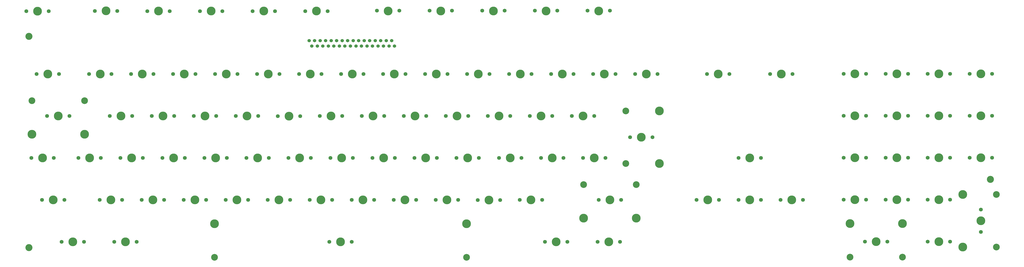
<source format=gts>
G04 #@! TF.GenerationSoftware,KiCad,Pcbnew,6.0.1*
G04 #@! TF.CreationDate,2022-02-09T11:15:16-05:00*
G04 #@! TF.ProjectId,A1200KB,41313230-304b-4422-9e6b-696361645f70,v4a*
G04 #@! TF.SameCoordinates,Original*
G04 #@! TF.FileFunction,Soldermask,Top*
G04 #@! TF.FilePolarity,Negative*
%FSLAX46Y46*%
G04 Gerber Fmt 4.6, Leading zero omitted, Abs format (unit mm)*
G04 Created by KiCad (PCBNEW 6.0.1) date 2022-02-09 11:15:16*
%MOMM*%
%LPD*%
G01*
G04 APERTURE LIST*
%ADD10C,1.750000*%
%ADD11C,3.987800*%
%ADD12C,3.048000*%
%ADD13C,3.200000*%
%ADD14C,1.524000*%
G04 APERTURE END LIST*
D10*
X55778800Y-85611600D03*
X65938800Y-85611600D03*
D11*
X60858800Y-85611600D03*
D10*
X86817200Y-85496400D03*
D11*
X91907200Y-85398400D03*
D10*
X96977200Y-85496400D03*
X110642800Y-85583600D03*
X120802800Y-85583600D03*
D11*
X115722800Y-85513600D03*
X139598800Y-85541600D03*
D10*
X144678800Y-85611600D03*
X134518800Y-85611600D03*
X158394800Y-85583600D03*
X168554800Y-85583600D03*
D11*
X163474800Y-85513600D03*
X187350800Y-85513600D03*
D10*
X182270800Y-85583600D03*
X192430800Y-85583600D03*
X214782800Y-85357600D03*
X224942800Y-85357600D03*
D11*
X219856800Y-85513600D03*
X243738800Y-85513600D03*
D10*
X248818800Y-85357600D03*
X238658800Y-85357600D03*
D11*
X267614800Y-85513600D03*
D10*
X262534800Y-85357600D03*
X272694800Y-85357600D03*
D11*
X291490800Y-85513600D03*
D10*
X286410800Y-85357600D03*
X296570800Y-85357600D03*
D11*
X315366800Y-85513600D03*
D10*
X320446800Y-85357600D03*
X310286800Y-85357600D03*
D11*
X369558000Y-114105600D03*
D10*
X374638000Y-114105600D03*
X364478000Y-114105600D03*
X436638800Y-114072000D03*
D11*
X431558800Y-114072000D03*
D10*
X426478800Y-114072000D03*
X445528800Y-114072000D03*
D11*
X450608800Y-114072000D03*
D10*
X455688800Y-114072000D03*
X474738800Y-114072000D03*
X464578800Y-114072000D03*
D11*
X469658800Y-114072000D03*
X488708800Y-114072000D03*
D10*
X483628800Y-114072000D03*
X493788800Y-114072000D03*
D11*
X431558800Y-133122000D03*
D10*
X426478800Y-133122000D03*
X436638800Y-133122000D03*
D11*
X450608800Y-133122000D03*
D10*
X455688800Y-133122000D03*
X445528800Y-133122000D03*
X474738800Y-133122000D03*
D11*
X469658800Y-133122000D03*
D10*
X464578800Y-133122000D03*
X483628800Y-133122000D03*
X493788800Y-133122000D03*
D11*
X488708800Y-133122000D03*
X383880000Y-152219600D03*
D10*
X378800000Y-152219600D03*
X388960000Y-152219600D03*
D11*
X431558800Y-152172000D03*
D10*
X436638800Y-152172000D03*
X426478800Y-152172000D03*
D11*
X450608800Y-152172000D03*
D10*
X445528800Y-152172000D03*
X455688800Y-152172000D03*
X464578800Y-152172000D03*
D11*
X469658800Y-152172000D03*
D10*
X474738800Y-152172000D03*
D11*
X488708800Y-152172000D03*
D10*
X493788800Y-152172000D03*
X483628800Y-152172000D03*
D11*
X364830000Y-171269600D03*
D10*
X369910000Y-171269600D03*
X359750000Y-171269600D03*
D11*
X383880000Y-171269600D03*
D10*
X388960000Y-171269600D03*
X378800000Y-171269600D03*
X397850000Y-171269600D03*
X408010000Y-171269600D03*
D11*
X402930000Y-171269600D03*
D10*
X426478800Y-171222000D03*
X436638800Y-171222000D03*
D11*
X431558800Y-171222000D03*
D10*
X455688800Y-171222000D03*
X445528800Y-171222000D03*
D11*
X450608800Y-171222000D03*
X469658800Y-171222000D03*
D10*
X464578800Y-171222000D03*
X474738800Y-171222000D03*
X488708800Y-175694000D03*
D12*
X495693800Y-192680250D03*
D11*
X480453800Y-192680250D03*
D10*
X488708800Y-185854000D03*
D12*
X495693800Y-168867750D03*
D11*
X480453800Y-168867750D03*
X488708800Y-180774000D03*
D12*
X453117050Y-197257000D03*
D11*
X453117050Y-182017000D03*
D10*
X446290800Y-190272000D03*
X436130800Y-190272000D03*
D11*
X429304550Y-182017000D03*
D12*
X429304550Y-197257000D03*
D11*
X441210800Y-190272000D03*
D10*
X474738800Y-190272000D03*
X464578800Y-190272000D03*
D11*
X469658800Y-190272000D03*
D10*
X403234000Y-114105600D03*
D11*
X398154000Y-114105600D03*
D10*
X393074000Y-114105600D03*
D13*
X57000000Y-97000000D03*
X57000000Y-193000000D03*
X493000000Y-162000000D03*
D12*
X82163050Y-126235400D03*
D10*
X75336800Y-133220400D03*
D11*
X82163050Y-141475400D03*
X58350550Y-141475400D03*
D10*
X65176800Y-133220400D03*
D12*
X58350550Y-126235400D03*
D11*
X70256800Y-133220400D03*
D12*
X141122800Y-197355400D03*
D11*
X141122800Y-182115400D03*
X198272800Y-190370400D03*
D10*
X203352800Y-190370400D03*
X193192800Y-190370400D03*
D12*
X255422800Y-197355400D03*
D11*
X255422800Y-182115400D03*
D10*
X151536800Y-114170400D03*
X141376800Y-114170400D03*
D11*
X146456800Y-114170400D03*
D10*
X94386800Y-114170400D03*
D11*
X89306800Y-114170400D03*
D10*
X84226800Y-114170400D03*
X246786800Y-114170400D03*
D11*
X241706800Y-114170400D03*
D10*
X236626800Y-114170400D03*
X208686800Y-114170400D03*
X198526800Y-114170400D03*
D11*
X203606800Y-114170400D03*
X108356800Y-114170400D03*
D10*
X103276800Y-114170400D03*
X113436800Y-114170400D03*
D11*
X279806800Y-114170400D03*
D10*
X274726800Y-114170400D03*
X284886800Y-114170400D03*
D11*
X165506800Y-114170400D03*
D10*
X160426800Y-114170400D03*
X170586800Y-114170400D03*
X217576800Y-114170400D03*
D11*
X222656800Y-114170400D03*
D10*
X227736800Y-114170400D03*
X179476800Y-114170400D03*
X189636800Y-114170400D03*
D11*
X184556800Y-114170400D03*
X127406800Y-114170400D03*
D10*
X132486800Y-114170400D03*
X122326800Y-114170400D03*
D11*
X334670800Y-142872400D03*
X342925800Y-130934400D03*
D10*
X329590800Y-142872400D03*
D11*
X342925800Y-154810400D03*
D10*
X339750800Y-142872400D03*
D12*
X327685800Y-130934400D03*
X327685800Y-154810400D03*
D10*
X231800800Y-152270400D03*
X241960800Y-152270400D03*
D11*
X236880800Y-152270400D03*
X260756800Y-114170400D03*
D10*
X265836800Y-114170400D03*
X255676800Y-114170400D03*
D11*
X103530800Y-152270400D03*
D10*
X108610800Y-152270400D03*
X98450800Y-152270400D03*
D11*
X122580800Y-152270400D03*
D10*
X117500800Y-152270400D03*
X127660800Y-152270400D03*
D11*
X313334800Y-152270400D03*
D10*
X308254800Y-152270400D03*
X318414800Y-152270400D03*
X193700800Y-152270400D03*
X203860800Y-152270400D03*
D11*
X198780800Y-152270400D03*
X217830800Y-152270400D03*
D10*
X212750800Y-152270400D03*
X222910800Y-152270400D03*
D11*
X308254800Y-133220400D03*
D10*
X303174800Y-133220400D03*
X313334800Y-133220400D03*
X289204800Y-152270400D03*
X299364800Y-152270400D03*
D11*
X294284800Y-152270400D03*
D10*
X270154800Y-152270400D03*
X280314800Y-152270400D03*
D11*
X275234800Y-152270400D03*
D10*
X146710800Y-152270400D03*
D11*
X141630800Y-152270400D03*
D10*
X136550800Y-152270400D03*
X261010800Y-152270400D03*
X250850800Y-152270400D03*
D11*
X255930800Y-152270400D03*
X179730800Y-152270400D03*
D10*
X184810800Y-152270400D03*
X174650800Y-152270400D03*
D11*
X160680800Y-152270400D03*
D10*
X155600800Y-152270400D03*
X165760800Y-152270400D03*
X93624800Y-133220400D03*
D11*
X98704800Y-133220400D03*
D10*
X103784800Y-133220400D03*
X218084800Y-133220400D03*
D11*
X213004800Y-133220400D03*
D10*
X207924800Y-133220400D03*
X188874800Y-133220400D03*
X199034800Y-133220400D03*
D11*
X193954800Y-133220400D03*
D10*
X246024800Y-133220400D03*
D11*
X251104800Y-133220400D03*
D10*
X256184800Y-133220400D03*
D11*
X336956800Y-114170400D03*
D10*
X342036800Y-114170400D03*
X331876800Y-114170400D03*
X131724800Y-133220400D03*
D11*
X136804800Y-133220400D03*
D10*
X141884800Y-133220400D03*
X322986800Y-114170400D03*
X312826800Y-114170400D03*
D11*
X317906800Y-114170400D03*
X289204800Y-133220400D03*
D10*
X294284800Y-133220400D03*
X284124800Y-133220400D03*
X226974800Y-133220400D03*
X237134800Y-133220400D03*
D11*
X232054800Y-133220400D03*
D10*
X122834800Y-133220400D03*
X112674800Y-133220400D03*
D11*
X117754800Y-133220400D03*
X174904800Y-133299200D03*
D10*
X169824800Y-133299200D03*
X179984800Y-133299200D03*
X303936800Y-114170400D03*
D11*
X298856800Y-114170400D03*
D10*
X293776800Y-114170400D03*
X160934800Y-133220400D03*
D11*
X155854800Y-133220400D03*
D10*
X150774800Y-133220400D03*
X275234800Y-133220400D03*
D11*
X270154800Y-133220400D03*
D10*
X265074800Y-133220400D03*
D11*
X319938800Y-190370400D03*
D10*
X314858800Y-190370400D03*
X325018800Y-190370400D03*
X95656800Y-190370400D03*
X105816800Y-190370400D03*
D11*
X100736800Y-190370400D03*
D10*
X301142800Y-190370400D03*
X290982800Y-190370400D03*
D11*
X296062800Y-190370400D03*
X67970800Y-171320400D03*
D10*
X62890800Y-171320400D03*
X73050800Y-171320400D03*
X89560800Y-152270400D03*
X79400800Y-152270400D03*
D11*
X84480800Y-152270400D03*
X65528800Y-114170400D03*
D10*
X70608800Y-114170400D03*
X60448800Y-114170400D03*
X81940800Y-190370400D03*
X71780800Y-190370400D03*
D11*
X76860800Y-190370400D03*
X332353050Y-179575400D03*
X320446800Y-171320400D03*
D10*
X325526800Y-171320400D03*
D12*
X332353050Y-164335400D03*
X308540550Y-164335400D03*
D10*
X315366800Y-171320400D03*
D11*
X308540550Y-179575400D03*
X63144800Y-152270400D03*
D10*
X68224800Y-152270400D03*
X58064800Y-152270400D03*
X108102800Y-171320400D03*
D11*
X113182800Y-171320400D03*
D10*
X118262800Y-171320400D03*
D11*
X132232800Y-171320400D03*
D10*
X137312800Y-171320400D03*
X127152800Y-171320400D03*
D11*
X227482800Y-171320400D03*
D10*
X232562800Y-171320400D03*
X222402800Y-171320400D03*
X260496800Y-171342400D03*
D11*
X265576800Y-171342400D03*
D10*
X270656800Y-171342400D03*
D11*
X189382800Y-171320400D03*
D10*
X194462800Y-171320400D03*
X184302800Y-171320400D03*
X99212800Y-171320400D03*
X89052800Y-171320400D03*
D11*
X94132800Y-171320400D03*
D10*
X289712800Y-171320400D03*
D11*
X284632800Y-171320400D03*
D10*
X279552800Y-171320400D03*
X251616800Y-171322400D03*
D11*
X246536800Y-171322400D03*
D10*
X241456800Y-171322400D03*
D11*
X151282800Y-171320400D03*
D10*
X146202800Y-171320400D03*
X156362800Y-171320400D03*
X175412800Y-171320400D03*
X165252800Y-171320400D03*
D11*
X170332800Y-171320400D03*
D10*
X203352800Y-171320400D03*
X213512800Y-171320400D03*
D11*
X208432800Y-171320400D03*
D14*
X184016800Y-98962400D03*
X185266800Y-101462400D03*
X186516800Y-98962400D03*
X187766800Y-101462400D03*
X189016800Y-98962400D03*
X190266800Y-101462400D03*
X191516800Y-98962400D03*
X192766800Y-101462400D03*
X194016800Y-98962400D03*
X195266800Y-101462400D03*
X196516800Y-98962400D03*
X197766800Y-101462400D03*
X199016800Y-98962400D03*
X200266800Y-101462400D03*
X201516800Y-98962400D03*
X202766800Y-101462400D03*
X204016800Y-98962400D03*
X205266800Y-101462400D03*
X206516800Y-98962400D03*
X207766800Y-101462400D03*
X209016800Y-98962400D03*
X210266800Y-101462400D03*
X211516800Y-98962400D03*
X212766800Y-101462400D03*
X214016800Y-98962400D03*
X215266800Y-101462400D03*
X216516800Y-98962400D03*
X217766800Y-101462400D03*
X219016800Y-98962400D03*
X220266800Y-101462400D03*
X221516800Y-98962400D03*
X222766800Y-101462400D03*
M02*

</source>
